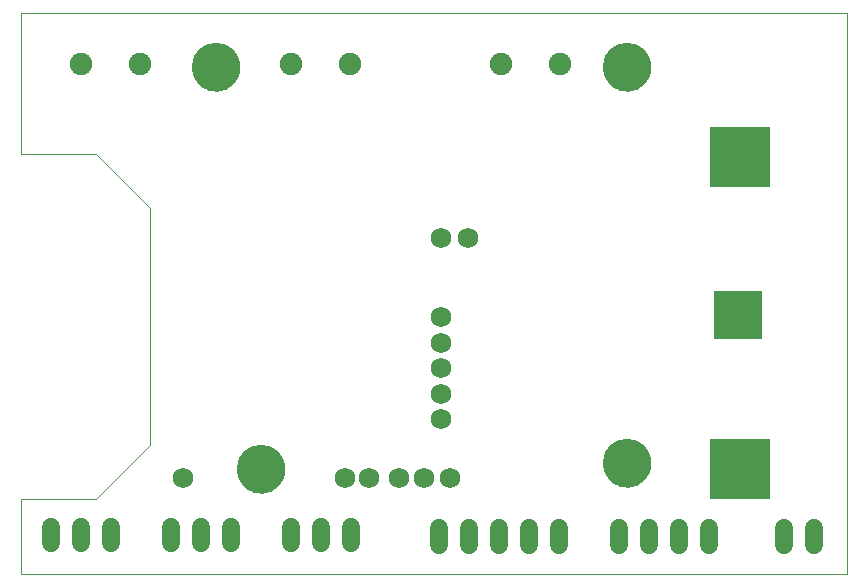
<source format=gbs>
G75*
%MOIN*%
%OFA0B0*%
%FSLAX24Y24*%
%IPPOS*%
%LPD*%
%AMOC8*
5,1,8,0,0,1.08239X$1,22.5*
%
%ADD10C,0.0000*%
%ADD11C,0.1615*%
%ADD12R,0.2040X0.2040*%
%ADD13R,0.1600X0.1600*%
%ADD14C,0.0600*%
%ADD15C,0.0749*%
%ADD16C,0.0690*%
D10*
X003250Y002550D02*
X003250Y005050D01*
X005750Y005050D01*
X007550Y006850D01*
X007550Y014750D01*
X005750Y016550D01*
X003250Y016550D01*
X003250Y021235D01*
X030809Y021235D01*
X030809Y002550D01*
X003250Y002550D01*
X010463Y006050D02*
X010465Y006106D01*
X010471Y006161D01*
X010481Y006215D01*
X010494Y006269D01*
X010512Y006322D01*
X010533Y006373D01*
X010557Y006423D01*
X010585Y006471D01*
X010617Y006517D01*
X010651Y006561D01*
X010689Y006602D01*
X010729Y006640D01*
X010772Y006675D01*
X010817Y006707D01*
X010865Y006736D01*
X010914Y006762D01*
X010965Y006784D01*
X011017Y006802D01*
X011071Y006816D01*
X011126Y006827D01*
X011181Y006834D01*
X011236Y006837D01*
X011292Y006836D01*
X011347Y006831D01*
X011402Y006822D01*
X011456Y006810D01*
X011509Y006793D01*
X011561Y006773D01*
X011611Y006749D01*
X011659Y006722D01*
X011706Y006692D01*
X011750Y006658D01*
X011792Y006621D01*
X011830Y006581D01*
X011867Y006539D01*
X011900Y006494D01*
X011929Y006448D01*
X011956Y006399D01*
X011978Y006348D01*
X011998Y006296D01*
X012013Y006242D01*
X012025Y006188D01*
X012033Y006133D01*
X012037Y006078D01*
X012037Y006022D01*
X012033Y005967D01*
X012025Y005912D01*
X012013Y005858D01*
X011998Y005804D01*
X011978Y005752D01*
X011956Y005701D01*
X011929Y005652D01*
X011900Y005606D01*
X011867Y005561D01*
X011830Y005519D01*
X011792Y005479D01*
X011750Y005442D01*
X011706Y005408D01*
X011659Y005378D01*
X011611Y005351D01*
X011561Y005327D01*
X011509Y005307D01*
X011456Y005290D01*
X011402Y005278D01*
X011347Y005269D01*
X011292Y005264D01*
X011236Y005263D01*
X011181Y005266D01*
X011126Y005273D01*
X011071Y005284D01*
X011017Y005298D01*
X010965Y005316D01*
X010914Y005338D01*
X010865Y005364D01*
X010817Y005393D01*
X010772Y005425D01*
X010729Y005460D01*
X010689Y005498D01*
X010651Y005539D01*
X010617Y005583D01*
X010585Y005629D01*
X010557Y005677D01*
X010533Y005727D01*
X010512Y005778D01*
X010494Y005831D01*
X010481Y005885D01*
X010471Y005939D01*
X010465Y005994D01*
X010463Y006050D01*
X022663Y006250D02*
X022665Y006306D01*
X022671Y006361D01*
X022681Y006415D01*
X022694Y006469D01*
X022712Y006522D01*
X022733Y006573D01*
X022757Y006623D01*
X022785Y006671D01*
X022817Y006717D01*
X022851Y006761D01*
X022889Y006802D01*
X022929Y006840D01*
X022972Y006875D01*
X023017Y006907D01*
X023065Y006936D01*
X023114Y006962D01*
X023165Y006984D01*
X023217Y007002D01*
X023271Y007016D01*
X023326Y007027D01*
X023381Y007034D01*
X023436Y007037D01*
X023492Y007036D01*
X023547Y007031D01*
X023602Y007022D01*
X023656Y007010D01*
X023709Y006993D01*
X023761Y006973D01*
X023811Y006949D01*
X023859Y006922D01*
X023906Y006892D01*
X023950Y006858D01*
X023992Y006821D01*
X024030Y006781D01*
X024067Y006739D01*
X024100Y006694D01*
X024129Y006648D01*
X024156Y006599D01*
X024178Y006548D01*
X024198Y006496D01*
X024213Y006442D01*
X024225Y006388D01*
X024233Y006333D01*
X024237Y006278D01*
X024237Y006222D01*
X024233Y006167D01*
X024225Y006112D01*
X024213Y006058D01*
X024198Y006004D01*
X024178Y005952D01*
X024156Y005901D01*
X024129Y005852D01*
X024100Y005806D01*
X024067Y005761D01*
X024030Y005719D01*
X023992Y005679D01*
X023950Y005642D01*
X023906Y005608D01*
X023859Y005578D01*
X023811Y005551D01*
X023761Y005527D01*
X023709Y005507D01*
X023656Y005490D01*
X023602Y005478D01*
X023547Y005469D01*
X023492Y005464D01*
X023436Y005463D01*
X023381Y005466D01*
X023326Y005473D01*
X023271Y005484D01*
X023217Y005498D01*
X023165Y005516D01*
X023114Y005538D01*
X023065Y005564D01*
X023017Y005593D01*
X022972Y005625D01*
X022929Y005660D01*
X022889Y005698D01*
X022851Y005739D01*
X022817Y005783D01*
X022785Y005829D01*
X022757Y005877D01*
X022733Y005927D01*
X022712Y005978D01*
X022694Y006031D01*
X022681Y006085D01*
X022671Y006139D01*
X022665Y006194D01*
X022663Y006250D01*
X022663Y019450D02*
X022665Y019506D01*
X022671Y019561D01*
X022681Y019615D01*
X022694Y019669D01*
X022712Y019722D01*
X022733Y019773D01*
X022757Y019823D01*
X022785Y019871D01*
X022817Y019917D01*
X022851Y019961D01*
X022889Y020002D01*
X022929Y020040D01*
X022972Y020075D01*
X023017Y020107D01*
X023065Y020136D01*
X023114Y020162D01*
X023165Y020184D01*
X023217Y020202D01*
X023271Y020216D01*
X023326Y020227D01*
X023381Y020234D01*
X023436Y020237D01*
X023492Y020236D01*
X023547Y020231D01*
X023602Y020222D01*
X023656Y020210D01*
X023709Y020193D01*
X023761Y020173D01*
X023811Y020149D01*
X023859Y020122D01*
X023906Y020092D01*
X023950Y020058D01*
X023992Y020021D01*
X024030Y019981D01*
X024067Y019939D01*
X024100Y019894D01*
X024129Y019848D01*
X024156Y019799D01*
X024178Y019748D01*
X024198Y019696D01*
X024213Y019642D01*
X024225Y019588D01*
X024233Y019533D01*
X024237Y019478D01*
X024237Y019422D01*
X024233Y019367D01*
X024225Y019312D01*
X024213Y019258D01*
X024198Y019204D01*
X024178Y019152D01*
X024156Y019101D01*
X024129Y019052D01*
X024100Y019006D01*
X024067Y018961D01*
X024030Y018919D01*
X023992Y018879D01*
X023950Y018842D01*
X023906Y018808D01*
X023859Y018778D01*
X023811Y018751D01*
X023761Y018727D01*
X023709Y018707D01*
X023656Y018690D01*
X023602Y018678D01*
X023547Y018669D01*
X023492Y018664D01*
X023436Y018663D01*
X023381Y018666D01*
X023326Y018673D01*
X023271Y018684D01*
X023217Y018698D01*
X023165Y018716D01*
X023114Y018738D01*
X023065Y018764D01*
X023017Y018793D01*
X022972Y018825D01*
X022929Y018860D01*
X022889Y018898D01*
X022851Y018939D01*
X022817Y018983D01*
X022785Y019029D01*
X022757Y019077D01*
X022733Y019127D01*
X022712Y019178D01*
X022694Y019231D01*
X022681Y019285D01*
X022671Y019339D01*
X022665Y019394D01*
X022663Y019450D01*
X008963Y019450D02*
X008965Y019506D01*
X008971Y019561D01*
X008981Y019615D01*
X008994Y019669D01*
X009012Y019722D01*
X009033Y019773D01*
X009057Y019823D01*
X009085Y019871D01*
X009117Y019917D01*
X009151Y019961D01*
X009189Y020002D01*
X009229Y020040D01*
X009272Y020075D01*
X009317Y020107D01*
X009365Y020136D01*
X009414Y020162D01*
X009465Y020184D01*
X009517Y020202D01*
X009571Y020216D01*
X009626Y020227D01*
X009681Y020234D01*
X009736Y020237D01*
X009792Y020236D01*
X009847Y020231D01*
X009902Y020222D01*
X009956Y020210D01*
X010009Y020193D01*
X010061Y020173D01*
X010111Y020149D01*
X010159Y020122D01*
X010206Y020092D01*
X010250Y020058D01*
X010292Y020021D01*
X010330Y019981D01*
X010367Y019939D01*
X010400Y019894D01*
X010429Y019848D01*
X010456Y019799D01*
X010478Y019748D01*
X010498Y019696D01*
X010513Y019642D01*
X010525Y019588D01*
X010533Y019533D01*
X010537Y019478D01*
X010537Y019422D01*
X010533Y019367D01*
X010525Y019312D01*
X010513Y019258D01*
X010498Y019204D01*
X010478Y019152D01*
X010456Y019101D01*
X010429Y019052D01*
X010400Y019006D01*
X010367Y018961D01*
X010330Y018919D01*
X010292Y018879D01*
X010250Y018842D01*
X010206Y018808D01*
X010159Y018778D01*
X010111Y018751D01*
X010061Y018727D01*
X010009Y018707D01*
X009956Y018690D01*
X009902Y018678D01*
X009847Y018669D01*
X009792Y018664D01*
X009736Y018663D01*
X009681Y018666D01*
X009626Y018673D01*
X009571Y018684D01*
X009517Y018698D01*
X009465Y018716D01*
X009414Y018738D01*
X009365Y018764D01*
X009317Y018793D01*
X009272Y018825D01*
X009229Y018860D01*
X009189Y018898D01*
X009151Y018939D01*
X009117Y018983D01*
X009085Y019029D01*
X009057Y019077D01*
X009033Y019127D01*
X009012Y019178D01*
X008994Y019231D01*
X008981Y019285D01*
X008971Y019339D01*
X008965Y019394D01*
X008963Y019450D01*
D11*
X009750Y019450D03*
X023450Y019450D03*
X023450Y006250D03*
X011250Y006050D03*
D12*
X027219Y006037D03*
X027226Y016456D03*
D13*
X027148Y011181D03*
D14*
X026200Y004080D02*
X026200Y003520D01*
X025200Y003520D02*
X025200Y004080D01*
X024200Y004080D02*
X024200Y003520D01*
X023200Y003520D02*
X023200Y004080D01*
X021200Y004080D02*
X021200Y003520D01*
X020200Y003520D02*
X020200Y004080D01*
X019200Y004080D02*
X019200Y003520D01*
X018200Y003520D02*
X018200Y004080D01*
X017200Y004080D02*
X017200Y003520D01*
X014250Y003570D02*
X014250Y004130D01*
X013250Y004130D02*
X013250Y003570D01*
X012250Y003570D02*
X012250Y004130D01*
X010250Y004130D02*
X010250Y003570D01*
X009250Y003570D02*
X009250Y004130D01*
X008250Y004130D02*
X008250Y003570D01*
X006250Y003570D02*
X006250Y004130D01*
X005250Y004130D02*
X005250Y003570D01*
X004250Y003570D02*
X004250Y004130D01*
X028700Y004080D02*
X028700Y003520D01*
X029700Y003520D02*
X029700Y004080D01*
D15*
X021234Y019550D03*
X019266Y019550D03*
X014234Y019550D03*
X012266Y019550D03*
X007234Y019550D03*
X005266Y019550D03*
D16*
X017250Y013750D03*
X018150Y013750D03*
X017250Y011100D03*
X017250Y010250D03*
X017250Y009400D03*
X017250Y008550D03*
X017250Y007700D03*
X017550Y005750D03*
X016700Y005750D03*
X015850Y005750D03*
X014850Y005750D03*
X014050Y005750D03*
X008650Y005750D03*
M02*

</source>
